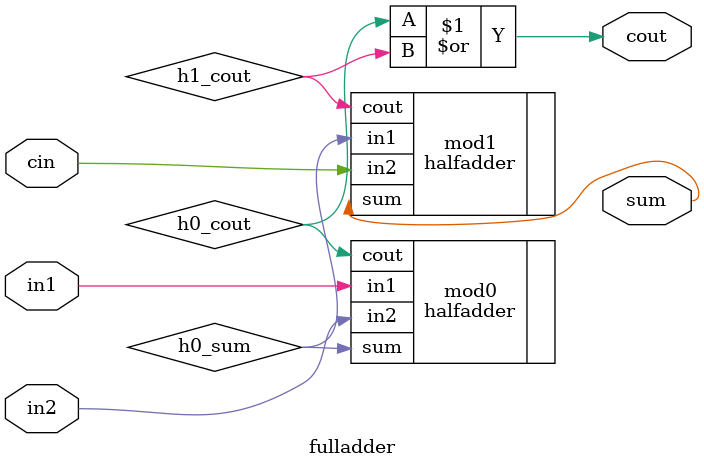
<source format=v>
`timescale 1ns/1ns
module fulladder
(
input wire in1,
input wire in2,
input wire cin,

output wire sum,
output wire cout
);
wire h0_sum;
wire h0_cout;
wire h1_cout;

halfadder mod0
(
.in1(in1),
.in2(in2),
.sum(h0_sum),
.cout(h0_cout)
);

halfadder mod1
(
.in1(h0_sum),
.in2(cin),
.sum(sum),
.cout(h1_cout)
);

assign cout=h0_cout|h1_cout;

endmodule
</source>
